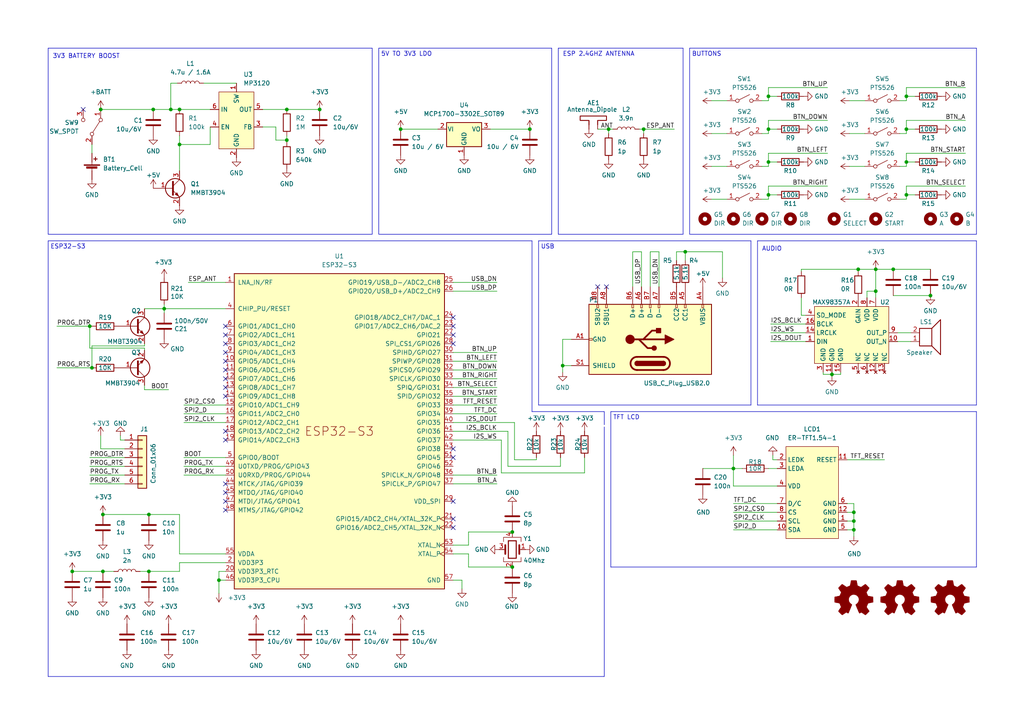
<source format=kicad_sch>
(kicad_sch (version 20230121) (generator eeschema)
  (paper "A4")
  (title_block (title "Damien Weber business card") (date "2023-02-24") (rev "1") (company "DW International"))
  (lib_symbols
    (symbol "+3V3_1" (power) (pin_numbers hide) (pin_names (offset 0) hide)
      (property "Value" "+3V3_1" (at 0 3.556 0))
      (symbol "+3V3_1_1_1"
        (pin power_in line (at 0 0 90) (length 0) hide (name "+3V3") (number "1"))
      )
    )
    (symbol "+3V3_3" (power) (pin_numbers hide) (pin_names (offset 0) hide)
      (property "Value" "+3V3_3" (at 0 3.556 0))
      (symbol "+3V3_3_1_1"
        (pin power_in line (at 0 0 90) (length 0) hide (name "+3V3") (number "1"))
      )
    )
    (symbol "Connector_Generic:Conn_01x06" (pin_names (offset 1.016) hide)
      (property "Reference" "J" (at 0 7.62 0))
      (property "Value" "Conn_01x06" (at 0 -10.16 0))
      (symbol "Conn_01x06_1_1"
        (pin passive line (at -5.08 5.08 0) (length 3.81) (name "Pin_1") (number "1"))
        (pin passive line (at -5.08 2.54 0) (length 3.81) (name "Pin_2") (number "2"))
        (pin passive line (at -5.08 0 0) (length 3.81) (name "Pin_3") (number "3"))
        (pin passive line (at -5.08 -2.54 0) (length 3.81) (name "Pin_4") (number "4"))
        (pin passive line (at -5.08 -5.08 0) (length 3.81) (name "Pin_5") (number "5"))
        (pin passive line (at -5.08 -7.62 0) (length 3.81) (name "Pin_6") (number "6"))
      )
    )
    (symbol "Device:Antenna_Dipole" (pin_numbers hide) (pin_names (offset 1.016) hide)
      (property "Reference" "AE" (at 1.27 1.27 0))
      (property "Value" "Antenna_Dipole" (at 1.27 0 0))
      (symbol "Antenna_Dipole_1_1"
        (pin input line (at 0 -5.08 90) (length 2.54) (name "~") (number "1"))
        (pin input line (at 2.54 -5.08 90) (length 2.54) (name "~") (number "2"))
      )
    )
    (symbol "Device:Battery_Cell" (pin_numbers hide) (pin_names (offset 0) hide)
      (property "Reference" "BT" (at 2.54 2.54 0))
      (property "Value" "Battery_Cell" (at 2.54 0 0))
      (symbol "Battery_Cell_1_1"
        (pin passive line (at 0 5.08 270) (length 2.54) (name "+") (number "1"))
        (pin passive line (at 0 -2.54 90) (length 2.54) (name "-") (number "2"))
      )
    )
    (symbol "Device:C" (pin_numbers hide) (pin_names (offset 0.254))
      (property "Reference" "C" (at 0.635 2.54 0))
      (property "Value" "C" (at 0.635 -2.54 0))
      (symbol "C_1_1"
        (pin passive line (at 0 3.81 270) (length 2.794) (name "~") (number "1"))
        (pin passive line (at 0 -3.81 90) (length 2.794) (name "~") (number "2"))
      )
    )
    (symbol "Device:Crystal_GND24" (pin_names (offset 1.016) hide)
      (property "Reference" "Y" (at 3.175 5.08 0))
      (property "Value" "Crystal_GND24" (at 3.175 3.175 0))
      (symbol "Crystal_GND24_1_1"
        (pin passive line (at -3.81 0 0) (length 1.27) (name "1") (number "1"))
        (pin passive line (at 0 5.08 270) (length 1.27) (name "2") (number "2"))
        (pin passive line (at 3.81 0 180) (length 1.27) (name "3") (number "3"))
        (pin passive line (at 0 -5.08 90) (length 1.27) (name "4") (number "4"))
      )
    )
    (symbol "Device:L" (pin_numbers hide) (pin_names (offset 1.016) hide)
      (property "Reference" "L" (at -1.27 0 90))
      (property "Value" "L" (at 1.905 0 90))
      (symbol "L_1_1"
        (pin passive line (at 0 3.81 270) (length 1.27) (name "1") (number "1"))
        (pin passive line (at 0 -3.81 90) (length 1.27) (name "2") (number "2"))
      )
    )
    (symbol "Device:R" (pin_numbers hide) (pin_names (offset 0))
      (property "Reference" "R" (at 2.032 0 90))
      (property "Value" "R" (at 0 0 90))
      (symbol "R_1_1"
        (pin passive line (at 0 3.81 270) (length 1.27) (name "~") (number "1"))
        (pin passive line (at 0 -3.81 90) (length 1.27) (name "~") (number "2"))
      )
    )
    (symbol "Device:Speaker" (pin_names (offset 0) hide)
      (property "Reference" "LS" (at 1.27 5.715 0))
      (property "Value" "Speaker" (at 1.27 3.81 0))
      (symbol "Speaker_1_1"
        (pin input line (at -5.08 0 0) (length 2.54) (name "1") (number "1"))
        (pin input line (at -5.08 -2.54 0) (length 2.54) (name "2") (number "2"))
      )
    )
    (symbol "GND_6" (power) (pin_numbers hide) (pin_names (offset 0) hide)
      (property "Value" "GND_6" (at 0 -3.81 0))
      (symbol "GND_6_1_1"
        (pin power_in line (at 0 0 270) (length 0) hide (name "GND") (number "1"))
      )
    )
    (symbol "GND_8" (power) (pin_numbers hide) (pin_names (offset 0) hide)
      (property "Value" "GND_8" (at 0 -3.81 0))
      (symbol "GND_8_1_1"
        (pin power_in line (at 0 0 270) (length 0) hide (name "GND") (number "1"))
      )
    )
    (symbol "Graphic:Logo_Open_Hardware_Small" (pin_names (offset 1.016)))
    (symbol "Mechanical:MountingHole" (pin_names (offset 1.016))
      (property "Reference" "H" (at 0 5.08 0))
      (property "Value" "MountingHole" (at 0 3.175 0))
    )
    (symbol "Regulator_Linear:MCP1700-3302E_SOT89" (pin_names (offset 0.254))
      (property "Reference" "U" (at -3.81 3.175 0))
      (property "Value" "MCP1700-3302E_SOT89" (at 0 3.175 0))
      (symbol "MCP1700-3302E_SOT89_1_1"
        (pin power_in line (at 0 -7.62 90) (length 2.54) (name "GND") (number "1"))
        (pin power_in line (at -7.62 0 0) (length 2.54) (name "VI") (number "2"))
        (pin power_out line (at 7.62 0 180) (length 2.54) (name "VO") (number "3"))
      )
    )
    (symbol "Switch:SW_SPDT" (pin_names (offset 0) hide)
      (property "Reference" "SW" (at 0 4.318 0))
      (property "Value" "SW_SPDT" (at 0 -5.08 0))
      (symbol "SW_SPDT_1_1"
        (pin passive line (at 5.08 2.54 180) (length 2.54) (name "A") (number "1"))
        (pin passive line (at -5.08 0 0) (length 2.54) (name "B") (number "2"))
        (pin passive line (at 5.08 -2.54 180) (length 2.54) (name "C") (number "3"))
      )
    )
    (symbol "Switch:SW_SPST" (pin_names (offset 0) hide)
      (property "Reference" "SW" (at 0 3.175 0))
      (property "Value" "SW_SPST" (at 0 -2.54 0))
      (symbol "SW_SPST_1_1"
        (pin passive line (at -5.08 0 0) (length 2.54) (name "A") (number "1"))
        (pin passive line (at 5.08 0 180) (length 2.54) (name "B") (number "2"))
      )
    )
    (symbol "Transistor_BJT:MMBT3904" (pin_names (offset 0) hide)
      (property "Reference" "Q" (at 5.08 1.905 0))
      (property "Value" "MMBT3904" (at 5.08 0 0))
      (symbol "MMBT3904_1_1"
        (pin input line (at -5.08 0 0) (length 5.715) (name "B") (number "1"))
        (pin passive line (at 2.54 -5.08 90) (length 2.54) (name "E") (number "2"))
        (pin passive line (at 2.54 5.08 270) (length 2.54) (name "C") (number "3"))
      )
    )
    (symbol "dw-card:ER-TFT1.54-1"
      (property "Reference" "LCD" (at 10.16 2.54 0))
      (property "Value" "ER-TFT1.54-1" (at 10.16 -7.62 0))
      (symbol "ER-TFT1.54-1_0_0"
        (pin unspecified line (at 20.32 -20.32 180) (length 2.54) (name "GND") (number "1"))
        (pin unspecified line (at 0 -22.86 0) (length 2.54) (name "SDA") (number "10"))
        (pin unspecified line (at 20.32 -2.54 180) (length 2.54) (name "RESET") (number "11"))
        (pin unspecified line (at 20.32 -17.78 180) (length 2.54) (name "GND") (number "12"))
        (pin unspecified line (at 0 -2.54 0) (length 2.54) (name "LEDK") (number "2"))
        (pin unspecified line (at 0 -5.08 0) (length 2.54) (name "LEDA") (number "3"))
        (pin unspecified line (at 0 -10.16 0) (length 2.54) (name "VDD") (number "4"))
        (pin unspecified line (at 20.32 -22.86 180) (length 2.54) (name "GND") (number "5"))
        (pin unspecified line (at 20.32 -15.24 180) (length 2.54) (name "GND") (number "6"))
        (pin unspecified line (at 0 -15.24 0) (length 2.54) (name "D/C") (number "7"))
        (pin unspecified line (at 0 -17.78 0) (length 2.54) (name "CS") (number "8"))
        (pin unspecified line (at 0 -20.32 0) (length 2.54) (name "SCL") (number "9"))
      )
    )
    (symbol "dw-card:MAX98357A"
      (property "Reference" "U" (at 6.35 0 0))
      (property "Value" "MAX98357A" (at -7.62 0 0))
      (symbol "MAX98357A_0_0"
        (pin unspecified line (at -15.24 -11.43 0) (length 2.54) (name "DIN") (number "1"))
        (pin unspecified line (at 11.43 -11.43 180) (length 2.54) (name "OUT_N") (number "10"))
        (pin unspecified line (at -7.62 -20.32 90) (length 2.54) (name "GND") (number "11"))
        (pin no_connect line (at 5.08 -20.32 90) (length 2.54) (name "NC") (number "12"))
        (pin no_connect line (at 7.62 -20.32 90) (length 2.54) (name "NC") (number "13"))
        (pin unspecified line (at -15.24 -8.89 0) (length 2.54) (name "LRCLK") (number "14"))
        (pin unspecified line (at -5.08 -20.32 90) (length 2.54) (name "GND") (number "15"))
        (pin unspecified line (at -15.24 -6.35 0) (length 2.54) (name "BCLK") (number "16"))
        (pin unspecified line (at 0 1.27 270) (length 2.54) (name "GAIN") (number "2"))
        (pin unspecified line (at -10.16 -20.32 90) (length 2.54) (name "GND") (number "3"))
        (pin unspecified line (at -15.24 -3.81 0) (length 2.54) (name "SD_MODE") (number "4"))
        (pin no_connect line (at 0 -20.32 90) (length 2.54) (name "NC") (number "5"))
        (pin no_connect line (at 2.54 -20.32 90) (length 2.54) (name "NC") (number "6"))
        (pin unspecified line (at 5.08 1.27 270) (length 2.54) (name "VDD") (number "7"))
        (pin unspecified line (at 2.54 1.27 270) (length 2.54) (name "VDD") (number "8"))
        (pin unspecified line (at 11.43 -8.89 180) (length 2.54) (name "OUT_P") (number "9"))
      )
    )
    (symbol "dw-card:MP3120"
      (property "Reference" "U" (at 2.54 2.54 0))
      (property "Value" "MP3120" (at 0 -6.35 0))
      (symbol "MP3120_0_0"
        (pin unspecified line (at 0 3.81 270) (length 2.54) (name "SW") (number "1"))
        (pin unspecified line (at 0 -17.78 90) (length 2.54) (name "GND") (number "2"))
        (pin unspecified line (at 7.62 -8.89 180) (length 2.54) (name "FB") (number "3"))
        (pin unspecified line (at -7.62 -8.89 0) (length 2.54) (name "EN") (number "4"))
        (pin unspecified line (at 7.62 -3.81 180) (length 2.54) (name "OUT") (number "5"))
        (pin unspecified line (at -7.62 -3.81 0) (length 2.54) (name "IN") (number "6"))
      )
    )
    (symbol "dw-card:USB_C_Receptacle_USB2.0" (pin_names (offset 1.016))
      (property "Reference" "J" (at -10.16 19.05 0))
      (property "Value" "USB_C_Receptacle_USB2.0" (at 19.05 19.05 0))
      (symbol "USB_C_Receptacle_USB2.0_1_1"
        (pin passive line (at 0 -22.86 90) (length 5.08) (name "GND") (number "A1"))
        (pin passive line (at 0 -22.86 90) (length 5.08) hide (name "GND") (number "A12"))
        (pin passive line (at 15.24 15.24 180) (length 5.08) (name "VBUS") (number "A4"))
        (pin bidirectional line (at 15.24 10.16 180) (length 5.08) (name "CC1") (number "A5"))
        (pin bidirectional line (at 15.24 -2.54 180) (length 5.08) (name "D+") (number "A6"))
        (pin bidirectional line (at 15.24 2.54 180) (length 5.08) (name "D-") (number "A7"))
        (pin bidirectional line (at 15.24 -12.7 180) (length 5.08) (name "SBU1") (number "A8"))
        (pin passive line (at 15.24 15.24 180) (length 5.08) hide (name "VBUS") (number "A9"))
        (pin bidirectional line (at 15.24 7.62 180) (length 5.08) (name "CC2") (number "B5"))
        (pin bidirectional line (at 15.24 -5.08 180) (length 5.08) (name "D+") (number "B6"))
        (pin bidirectional line (at 15.24 0 180) (length 5.08) (name "D-") (number "B7"))
        (pin bidirectional line (at 15.24 -15.24 180) (length 5.08) (name "SBU2") (number "B8"))
        (pin passive line (at -7.62 -22.86 90) (length 5.08) (name "SHIELD") (number "S1"))
      )
    )
    (symbol "espressif:ESP32-S3" (pin_names (offset 1.016))
      (property "Reference" "U" (at -30.48 50.8 0))
      (property "Value" "ESP32-S3" (at -30.48 48.26 0))
      (symbol "ESP32-S3_0_0"
        (text "ESP32-S3" (at 0 0 0) (effects (font (size 2.54 2.54))))
        (pin bidirectional line (at 33.02 -12.7 180) (length 2.54) (name "SPICLK_N/GPIO48") (number "36"))
        (pin bidirectional line (at 33.02 -15.24 180) (length 2.54) (name "SPICLK_P/GPIO47") (number "37"))
      )
      (symbol "ESP32-S3_1_1"
        (pin bidirectional line (at -33.02 43.18 0) (length 2.54) (name "LNA_IN/RF") (number "1"))
        (pin bidirectional line (at -33.02 20.32 0) (length 2.54) (name "GPIO5/ADC1_CH4") (number "10"))
        (pin bidirectional line (at -33.02 17.78 0) (length 2.54) (name "GPIO6/ADC1_CH5") (number "11"))
        (pin bidirectional line (at -33.02 15.24 0) (length 2.54) (name "GPIO7/ADC1_CH6") (number "12"))
        (pin bidirectional line (at -33.02 12.7 0) (length 2.54) (name "GPIO8/ADC1_CH7") (number "13"))
        (pin bidirectional line (at -33.02 10.16 0) (length 2.54) (name "GPIO9/ADC1_CH8") (number "14"))
        (pin bidirectional line (at -33.02 7.62 0) (length 2.54) (name "GPIO10/ADC1_CH9") (number "15"))
        (pin bidirectional line (at -33.02 5.08 0) (length 2.54) (name "GPIO11/ADC2_CH0") (number "16"))
        (pin bidirectional line (at -33.02 2.54 0) (length 2.54) (name "GPIO12/ADC2_CH1") (number "17"))
        (pin bidirectional line (at -33.02 0 0) (length 2.54) (name "GPIO13/ADC2_CH2") (number "18"))
        (pin bidirectional line (at -33.02 -2.54 0) (length 2.54) (name "GPIO14/ADC2_CH3") (number "19"))
        (pin power_in line (at -33.02 -38.1 0) (length 2.54) (name "VDD3P3") (number "2"))
        (pin power_in line (at -33.02 -40.64 0) (length 2.54) (name "VDD3P3_RTC") (number "20"))
        (pin bidirectional clock (at 33.02 -25.4 180) (length 2.54) (name "GPIO15/ADC2_CH4/XTAL_32K_P") (number "21"))
        (pin bidirectional clock (at 33.02 -27.94 180) (length 2.54) (name "GPIO16/ADC2_CH5/XTAL_32K_N") (number "22"))
        (pin bidirectional line (at 33.02 30.48 180) (length 2.54) (name "GPIO17/ADC2_CH6/DAC_2") (number "23"))
        (pin bidirectional line (at 33.02 33.02 180) (length 2.54) (name "GPIO18/ADC2_CH7/DAC_1") (number "24"))
        (pin bidirectional line (at 33.02 43.18 180) (length 2.54) (name "GPIO19/USB_D-/ADC2_CH8") (number "25"))
        (pin bidirectional line (at 33.02 40.64 180) (length 2.54) (name "GPIO20/USB_D+/ADC2_CH9") (number "26"))
        (pin bidirectional line (at 33.02 27.94 180) (length 2.54) (name "GPIO21") (number "27"))
        (pin bidirectional line (at 33.02 25.4 180) (length 2.54) (name "SPI_CS1/GPIO26") (number "28"))
        (pin power_out line (at 33.02 -20.32 180) (length 2.54) (name "VDD_SPI") (number "29"))
        (pin power_in line (at -33.02 -38.1 0) (length 2.54) hide (name "VDD3P3") (number "3"))
        (pin bidirectional line (at 33.02 22.86 180) (length 2.54) (name "SPIHD/GPIO27") (number "30"))
        (pin bidirectional line (at 33.02 20.32 180) (length 2.54) (name "SPIWP/GPIO28") (number "31"))
        (pin bidirectional line (at 33.02 17.78 180) (length 2.54) (name "SPICS0/GPIO29") (number "32"))
        (pin bidirectional line (at 33.02 15.24 180) (length 2.54) (name "SPICLK/GPIO30") (number "33"))
        (pin bidirectional line (at 33.02 12.7 180) (length 2.54) (name "SPIQ/GPIO31") (number "34"))
        (pin bidirectional line (at 33.02 10.16 180) (length 2.54) (name "SPID/GPIO32") (number "35"))
        (pin bidirectional line (at 33.02 7.62 180) (length 2.54) (name "GPIO33") (number "38"))
        (pin bidirectional line (at 33.02 5.08 180) (length 2.54) (name "GPIO34") (number "39"))
        (pin input line (at -33.02 35.56 0) (length 2.54) (name "CHIP_PU/RESET") (number "4"))
        (pin bidirectional line (at 33.02 2.54 180) (length 2.54) (name "GPIO35") (number "40"))
        (pin bidirectional line (at 33.02 0 180) (length 2.54) (name "GPIO36") (number "41"))
        (pin bidirectional line (at 33.02 -2.54 180) (length 2.54) (name "GPIO37") (number "42"))
        (pin bidirectional line (at 33.02 -5.08 180) (length 2.54) (name "GPIO38") (number "43"))
        (pin bidirectional line (at -33.02 -15.24 0) (length 2.54) (name "MTCK/JTAG/GPIO39") (number "44"))
        (pin bidirectional line (at -33.02 -17.78 0) (length 2.54) (name "MTDO/JTAG/GPIO40") (number "45"))
        (pin power_in line (at -33.02 -43.18 0) (length 2.54) (name "VDD3P3_CPU") (number "46"))
        (pin bidirectional line (at -33.02 -20.32 0) (length 2.54) (name "MTDI/JTAG/GPIO41") (number "47"))
        (pin bidirectional line (at -33.02 -22.86 0) (length 2.54) (name "MTMS/JTAG/GPIO42") (number "48"))
        (pin bidirectional line (at -33.02 -10.16 0) (length 2.54) (name "U0TXD/PROG/GPIO43") (number "49"))
        (pin bidirectional line (at -33.02 -7.62 0) (length 2.54) (name "GPIO0/BOOT") (number "5"))
        (pin bidirectional line (at -33.02 -12.7 0) (length 2.54) (name "U0RXD/PROG/GPIO44") (number "50"))
        (pin bidirectional line (at 33.02 -7.62 180) (length 2.54) (name "GPIO45") (number "51"))
        (pin bidirectional line (at 33.02 -10.16 180) (length 2.54) (name "GPIO46") (number "52"))
        (pin input clock (at 33.02 -33.02 180) (length 2.54) (name "XTAL_N") (number "53"))
        (pin output clock (at 33.02 -35.56 180) (length 2.54) (name "XTAL_P") (number "54"))
        (pin power_in line (at -33.02 -35.56 0) (length 2.54) (name "VDDA") (number "55"))
        (pin passive line (at -33.02 -35.56 0) (length 2.54) hide (name "VDDA") (number "56"))
        (pin power_in line (at 33.02 -43.18 180) (length 2.54) (name "GND") (number "57"))
        (pin bidirectional line (at -33.02 30.48 0) (length 2.54) (name "GPIO1/ADC1_CH0") (number "6"))
        (pin bidirectional line (at -33.02 27.94 0) (length 2.54) (name "GPIO2/ADC1_CH1") (number "7"))
        (pin bidirectional line (at -33.02 25.4 0) (length 2.54) (name "GPIO3/ADC1_CH2") (number "8"))
        (pin bidirectional line (at -33.02 22.86 0) (length 2.54) (name "GPIO4/ADC1_CH3") (number "9"))
      )
    )
    (symbol "power:+3V3" (power) (pin_names (offset 0))
      (property "Value" "+3V3" (at 0 3.556 0))
      (symbol "+3V3_1_1"
        (pin power_in line (at 0 0 90) (length 0) hide (name "+3V3") (number "1"))
      )
    )
    (symbol "power:+5V" (power) (pin_names (offset 0))
      (property "Value" "+5V" (at 0 3.556 0))
      (symbol "+5V_1_1"
        (pin power_in line (at 0 0 90) (length 0) hide (name "+5V") (number "1"))
      )
    )
    (symbol "power:+BATT" (power) (pin_names (offset 0))
      (property "Value" "+BATT" (at 0 3.556 0))
      (symbol "+BATT_1_1"
        (pin power_in line (at 0 0 90) (length 0) hide (name "+BATT") (number "1"))
      )
    )
    (symbol "power:GND" (power) (pin_names (offset 0))
      (property "Value" "GND" (at 0 -3.81 0))
      (symbol "GND_1_1"
        (pin power_in line (at 0 0 270) (length 0) hide (name "GND") (number "1"))
      )
    )
  )
  (junction (at 247.65 148.59))
  (junction (at 222.885 37.465))
  (junction (at 83.185 40.64))
  (junction (at 52.07 41.91))
  (junction (at 29.845 165.735))
  (junction (at 262.89 46.99))
  (junction (at 44.45 31.75))
  (junction (at 163.195 106.045))
  (junction (at 63.5 168.275))
  (junction (at 153.67 37.465))
  (junction (at 212.725 135.89))
  (junction (at 248.92 78.105))
  (junction (at 49.53 31.75))
  (junction (at 222.885 27.94))
  (junction (at 222.885 56.515))
  (junction (at 20.955 165.735))
  (junction (at 186.69 37.465))
  (junction (at 254 84.455))
  (junction (at 254 78.105))
  (junction (at 26.67 106.68))
  (junction (at 43.18 149.225))
  (junction (at 29.21 31.75))
  (junction (at 241.3 108.585))
  (junction (at 92.71 31.75))
  (junction (at 262.89 37.465))
  (junction (at 52.07 31.75))
  (junction (at 43.18 165.735))
  (junction (at 222.885 46.99))
  (junction (at 83.185 31.75))
  (junction (at 176.53 37.465))
  (junction (at 198.755 73.025))
  (junction (at 259.08 78.105))
  (junction (at 148.59 154.305))
  (junction (at 148.59 164.465))
  (junction (at 247.65 153.67))
  (junction (at 47.625 89.535))
  (junction (at 247.65 151.13))
  (junction (at 29.845 149.225))
  (junction (at 26.035 94.615))
  (junction (at 262.89 27.94))
  (junction (at 269.875 85.725))
  (junction (at 116.205 37.465))
  (junction (at 262.89 56.515))
  (no_connect (at 131.445 145.415))
  (no_connect (at 24.13 31.75))
  (no_connect (at 131.445 92.075))
  (no_connect (at 131.445 94.615))
  (no_connect (at 131.445 97.155))
  (no_connect (at 131.445 99.695))
  (no_connect (at 65.405 94.615))
  (no_connect (at 65.405 109.855))
  (no_connect (at 65.405 107.315))
  (no_connect (at 65.405 104.775))
  (no_connect (at 65.405 102.235))
  (no_connect (at 65.405 99.695))
  (no_connect (at 65.405 97.155))
  (no_connect (at 65.405 112.395))
  (no_connect (at 131.445 130.175))
  (no_connect (at 131.445 132.715))
  (no_connect (at 65.405 140.335))
  (no_connect (at 65.405 142.875))
  (no_connect (at 65.405 145.415))
  (no_connect (at 65.405 147.955))
  (no_connect (at 131.445 153.035))
  (no_connect (at 131.445 150.495))
  (no_connect (at 65.405 114.935))
  (no_connect (at 65.405 125.095))
  (no_connect (at 65.405 127.635))
  (no_connect (at 175.895 83.185))
  (no_connect (at 173.355 83.185))
  (wire (pts (xy 245.745 151.13) (xy 247.65 151.13)))
  (wire (pts (xy 212.725 151.13) (xy 225.425 151.13)))
  (wire (pts (xy 212.725 146.05) (xy 225.425 146.05)))
  (wire (pts (xy 47.625 88.265) (xy 47.625 89.535)))
  (wire (pts (xy 26.67 100.33) (xy 26.67 106.68)))
  (wire (pts (xy 26.67 41.91) (xy 26.67 44.45)))
  (wire (pts (xy 246.38 38.735) (xy 250.825 38.735)))
  (wire (pts (xy 116.205 37.465) (xy 127 37.465)))
  (wire (pts (xy 186.69 37.465) (xy 186.69 38.735)))
  (wire (pts (xy 52.07 149.225) (xy 52.07 160.655)))
  (wire (pts (xy 241.3 108.585) (xy 241.3 109.22)))
  (wire (pts (xy 206.375 38.735) (xy 210.82 38.735)))
  (wire (pts (xy 233.68 91.44) (xy 232.41 91.44)))
  (wire (pts (xy 224.155 133.35) (xy 224.155 132.08)))
  (wire (pts (xy 248.92 78.74) (xy 248.92 78.105)))
  (wire (pts (xy 246.38 57.785) (xy 250.825 57.785)))
  (wire (pts (xy 26.035 132.715) (xy 36.195 132.715)))
  (wire (pts (xy 176.53 37.465) (xy 177.8 37.465)))
  (wire (pts (xy 131.445 140.335) (xy 144.145 140.335)))
  (wire (pts (xy 212.725 132.08) (xy 212.725 135.89)))
  (wire (pts (xy 52.07 163.195) (xy 65.405 163.195)))
  (wire (pts (xy 131.445 160.655) (xy 135.89 160.655)))
  (wire (pts (xy 222.885 56.515) (xy 225.425 56.515)))
  (polyline (pts (xy 154.305 69.85) (xy 154.305 119.38)))
  (wire (pts (xy 176.53 37.465) (xy 176.53 38.735)))
  (polyline (pts (xy 198.12 67.945) (xy 161.925 67.945)))
  (wire (pts (xy 222.885 27.94) (xy 225.425 27.94)))
  (wire (pts (xy 222.885 44.45) (xy 240.03 44.45)))
  (wire (pts (xy 145.415 137.16) (xy 169.545 137.16)))
  (wire (pts (xy 262.89 56.515) (xy 262.89 57.785)))
  (wire (pts (xy 173.355 37.465) (xy 176.53 37.465)))
  (wire (pts (xy 29.21 126.365) (xy 29.21 130.175)))
  (wire (pts (xy 251.46 84.455) (xy 251.46 86.36)))
  (wire (pts (xy 222.885 135.89) (xy 225.425 135.89)))
  (wire (pts (xy 222.885 29.21) (xy 220.98 29.21)))
  (wire (pts (xy 26.035 94.615) (xy 26.67 94.615)))
  (wire (pts (xy 196.215 75.565) (xy 196.215 73.025)))
  (wire (pts (xy 49.53 24.13) (xy 49.53 31.75)))
  (wire (pts (xy 80.01 36.83) (xy 80.01 40.64)))
  (wire (pts (xy 245.745 148.59) (xy 247.65 148.59)))
  (wire (pts (xy 212.725 135.89) (xy 215.265 135.89)))
  (wire (pts (xy 262.89 37.465) (xy 262.89 38.735)))
  (wire (pts (xy 131.445 81.915) (xy 144.145 81.915)))
  (wire (pts (xy 262.89 53.975) (xy 262.89 56.515)))
  (wire (pts (xy 212.725 148.59) (xy 225.425 148.59)))
  (wire (pts (xy 212.725 153.67) (xy 225.425 153.67)))
  (wire (pts (xy 262.89 46.99) (xy 265.43 46.99)))
  (wire (pts (xy 222.885 25.4) (xy 222.885 27.94)))
  (wire (pts (xy 135.89 160.655) (xy 135.89 164.465)))
  (wire (pts (xy 83.185 39.37) (xy 83.185 40.64)))
  (wire (pts (xy 262.89 29.21) (xy 260.985 29.21)))
  (wire (pts (xy 53.34 135.255) (xy 65.405 135.255)))
  (wire (pts (xy 63.5 165.735) (xy 65.405 165.735)))
  (wire (pts (xy 131.445 109.855) (xy 144.145 109.855)))
  (wire (pts (xy 247.65 153.67) (xy 247.65 155.575)))
  (wire (pts (xy 262.89 27.94) (xy 265.43 27.94)))
  (wire (pts (xy 262.89 34.925) (xy 280.035 34.925)))
  (wire (pts (xy 135.89 154.305) (xy 135.89 158.115)))
  (polyline (pts (xy 283.21 67.945) (xy 200.025 67.945)))
  (polyline (pts (xy 219.71 117.475) (xy 283.21 117.475)))
  (wire (pts (xy 149.225 133.35) (xy 155.575 133.35)))
  (wire (pts (xy 135.89 158.115) (xy 131.445 158.115)))
  (wire (pts (xy 29.21 31.75) (xy 44.45 31.75)))
  (polyline (pts (xy 283.21 164.465) (xy 283.21 119.38)))
  (wire (pts (xy 26.035 94.615) (xy 26.035 100.965)))
  (wire (pts (xy 52.07 39.37) (xy 52.07 41.91)))
  (wire (pts (xy 131.445 168.275) (xy 133.985 168.275)))
  (polyline (pts (xy 177.165 119.38) (xy 177.165 164.465)))
  (wire (pts (xy 222.885 25.4) (xy 240.03 25.4)))
  (wire (pts (xy 222.885 37.465) (xy 225.425 37.465)))
  (polyline (pts (xy 177.165 164.465) (xy 283.21 164.465)))
  (wire (pts (xy 238.76 107.95) (xy 238.76 108.585)))
  (wire (pts (xy 247.65 148.59) (xy 247.65 151.13)))
  (wire (pts (xy 131.445 117.475) (xy 144.145 117.475)))
  (polyline (pts (xy 109.855 13.97) (xy 109.855 67.945)))
  (wire (pts (xy 232.41 91.44) (xy 232.41 86.36)))
  (wire (pts (xy 53.34 122.555) (xy 65.405 122.555)))
  (polyline (pts (xy 160.02 13.97) (xy 160.02 67.945)))
  (wire (pts (xy 222.885 38.735) (xy 220.98 38.735)))
  (wire (pts (xy 222.885 53.975) (xy 240.03 53.975)))
  (wire (pts (xy 53.34 132.715) (xy 65.405 132.715)))
  (wire (pts (xy 60.96 36.83) (xy 60.96 41.91)))
  (wire (pts (xy 185.42 37.465) (xy 186.69 37.465)))
  (wire (pts (xy 262.89 25.4) (xy 262.89 27.94)))
  (wire (pts (xy 222.885 53.975) (xy 222.885 56.515)))
  (polyline (pts (xy 109.855 13.97) (xy 160.02 13.97)))
  (polyline (pts (xy 161.925 13.97) (xy 161.925 67.945)))
  (wire (pts (xy 41.91 113.03) (xy 48.895 113.03)))
  (wire (pts (xy 131.445 137.795) (xy 144.145 137.795)))
  (wire (pts (xy 262.89 25.4) (xy 280.035 25.4)))
  (polyline (pts (xy 175.26 196.215) (xy 13.97 196.215)))
  (wire (pts (xy 53.34 117.475) (xy 65.405 117.475)))
  (wire (pts (xy 34.925 127.635) (xy 34.925 126.365)))
  (wire (pts (xy 209.55 73.025) (xy 209.55 80.645)))
  (polyline (pts (xy 198.12 13.97) (xy 198.12 67.945)))
  (wire (pts (xy 147.32 125.095) (xy 147.32 135.255)))
  (polyline (pts (xy 283.21 117.475) (xy 283.21 69.85)))
  (wire (pts (xy 262.89 27.94) (xy 262.89 29.21)))
  (wire (pts (xy 245.745 153.67) (xy 247.65 153.67)))
  (wire (pts (xy 262.89 44.45) (xy 262.89 46.99)))
  (wire (pts (xy 254 84.455) (xy 254 86.36)))
  (wire (pts (xy 131.445 102.235) (xy 144.145 102.235)))
  (wire (pts (xy 60.96 41.91) (xy 52.07 41.91)))
  (wire (pts (xy 163.195 106.045) (xy 165.735 106.045)))
  (polyline (pts (xy 175.26 119.38) (xy 175.26 123.19)))
  (wire (pts (xy 148.59 154.305) (xy 135.89 154.305)))
  (wire (pts (xy 232.41 78.105) (xy 248.92 78.105)))
  (wire (pts (xy 206.375 57.785) (xy 210.82 57.785)))
  (wire (pts (xy 44.45 31.75) (xy 49.53 31.75)))
  (polyline (pts (xy 107.95 13.97) (xy 107.95 67.945)))
  (wire (pts (xy 196.215 73.025) (xy 198.755 73.025)))
  (wire (pts (xy 259.08 85.725) (xy 269.875 85.725)))
  (wire (pts (xy 53.34 137.795) (xy 65.405 137.795)))
  (wire (pts (xy 262.89 57.785) (xy 260.985 57.785)))
  (wire (pts (xy 29.845 149.225) (xy 43.18 149.225)))
  (wire (pts (xy 52.07 165.735) (xy 43.18 165.735)))
  (wire (pts (xy 133.985 168.275) (xy 133.985 170.815)))
  (wire (pts (xy 142.24 37.465) (xy 153.67 37.465)))
  (wire (pts (xy 59.055 24.13) (xy 68.58 24.13)))
  (wire (pts (xy 186.69 37.465) (xy 195.58 37.465)))
  (wire (pts (xy 262.89 38.735) (xy 260.985 38.735)))
  (wire (pts (xy 222.885 27.94) (xy 222.885 29.21)))
  (wire (pts (xy 52.07 160.655) (xy 65.405 160.655)))
  (wire (pts (xy 147.32 135.255) (xy 162.56 135.255)))
  (polyline (pts (xy 217.805 69.85) (xy 217.805 117.475)))
  (wire (pts (xy 163.195 107.95) (xy 163.195 106.045)))
  (wire (pts (xy 76.2 36.83) (xy 80.01 36.83)))
  (wire (pts (xy 206.375 29.21) (xy 210.82 29.21)))
  (wire (pts (xy 52.07 31.75) (xy 60.96 31.75)))
  (wire (pts (xy 131.445 84.455) (xy 144.145 84.455)))
  (wire (pts (xy 41.91 99.695) (xy 41.91 100.33)))
  (wire (pts (xy 52.07 163.195) (xy 52.07 165.735)))
  (wire (pts (xy 191.135 73.025) (xy 191.135 83.185)))
  (wire (pts (xy 212.725 140.97) (xy 225.425 140.97)))
  (polyline (pts (xy 13.97 69.85) (xy 13.97 196.215)))
  (wire (pts (xy 243.84 108.585) (xy 241.3 108.585)))
  (wire (pts (xy 212.725 135.89) (xy 212.725 140.97)))
  (wire (pts (xy 232.41 78.74) (xy 232.41 78.105)))
  (wire (pts (xy 262.89 48.26) (xy 260.985 48.26)))
  (polyline (pts (xy 177.165 119.38) (xy 283.21 119.38)))
  (wire (pts (xy 259.08 78.105) (xy 269.875 78.105)))
  (wire (pts (xy 29.21 130.175) (xy 36.195 130.175)))
  (wire (pts (xy 131.445 125.095) (xy 147.32 125.095)))
  (wire (pts (xy 260.35 99.06) (xy 264.16 99.06)))
  (wire (pts (xy 247.65 146.05) (xy 247.65 148.59)))
  (wire (pts (xy 241.3 107.95) (xy 241.3 108.585)))
  (wire (pts (xy 135.89 164.465) (xy 148.59 164.465)))
  (wire (pts (xy 262.89 37.465) (xy 265.43 37.465)))
  (wire (pts (xy 131.445 114.935) (xy 144.145 114.935)))
  (wire (pts (xy 222.885 37.465) (xy 222.885 38.735)))
  (wire (pts (xy 238.76 108.585) (xy 241.3 108.585)))
  (wire (pts (xy 186.055 73.025) (xy 186.055 83.185)))
  (wire (pts (xy 246.38 48.26) (xy 250.825 48.26)))
  (wire (pts (xy 53.34 120.015) (xy 65.405 120.015)))
  (wire (pts (xy 41.91 113.03) (xy 41.91 111.76)))
  (wire (pts (xy 247.65 151.13) (xy 247.65 153.67)))
  (wire (pts (xy 52.07 149.225) (xy 43.18 149.225)))
  (wire (pts (xy 163.195 106.045) (xy 163.195 98.425)))
  (wire (pts (xy 254 78.105) (xy 259.08 78.105)))
  (wire (pts (xy 222.885 56.515) (xy 222.885 57.785)))
  (wire (pts (xy 262.89 34.925) (xy 262.89 37.465)))
  (wire (pts (xy 63.5 165.735) (xy 63.5 168.275)))
  (wire (pts (xy 51.435 24.13) (xy 49.53 24.13)))
  (wire (pts (xy 63.5 168.275) (xy 65.405 168.275)))
  (wire (pts (xy 203.835 135.89) (xy 212.725 135.89)))
  (wire (pts (xy 131.445 120.015) (xy 144.145 120.015)))
  (polyline (pts (xy 13.97 13.97) (xy 13.97 67.945)))
  (polyline (pts (xy 175.26 123.825) (xy 175.26 196.215)))
  (wire (pts (xy 163.195 98.425) (xy 165.735 98.425)))
  (wire (pts (xy 76.2 31.75) (xy 83.185 31.75)))
  (polyline (pts (xy 13.97 69.85) (xy 154.305 69.85)))
  (wire (pts (xy 183.515 73.025) (xy 186.055 73.025)))
  (wire (pts (xy 206.375 48.26) (xy 210.82 48.26)))
  (polyline (pts (xy 161.925 13.97) (xy 198.12 13.97)))
  (wire (pts (xy 41.91 89.535) (xy 47.625 89.535)))
  (wire (pts (xy 145.415 127.635) (xy 145.415 137.16)))
  (wire (pts (xy 41.91 100.33) (xy 26.67 100.33)))
  (polyline (pts (xy 160.02 67.945) (xy 109.855 67.945)))
  (wire (pts (xy 248.92 78.105) (xy 254 78.105)))
  (wire (pts (xy 188.595 73.025) (xy 188.595 83.185)))
  (wire (pts (xy 222.885 44.45) (xy 222.885 46.99)))
  (wire (pts (xy 260.35 96.52) (xy 264.16 96.52)))
  (wire (pts (xy 254 78.105) (xy 254 84.455)))
  (wire (pts (xy 80.01 40.64) (xy 83.185 40.64)))
  (wire (pts (xy 26.035 137.795) (xy 36.195 137.795)))
  (wire (pts (xy 262.89 46.99) (xy 262.89 48.26)))
  (polyline (pts (xy 13.97 13.97) (xy 107.95 13.97)))
  (polyline (pts (xy 156.21 69.85) (xy 217.805 69.85)))
  (wire (pts (xy 131.445 112.395) (xy 144.145 112.395)))
  (wire (pts (xy 225.425 133.35) (xy 224.155 133.35)))
  (wire (pts (xy 40.64 165.735) (xy 43.18 165.735)))
  (wire (pts (xy 183.515 83.185) (xy 183.515 73.025)))
  (wire (pts (xy 198.755 73.025) (xy 198.755 75.565)))
  (wire (pts (xy 49.53 31.75) (xy 52.07 31.75)))
  (wire (pts (xy 223.52 99.06) (xy 233.68 99.06)))
  (wire (pts (xy 262.89 56.515) (xy 265.43 56.515)))
  (wire (pts (xy 223.52 96.52) (xy 233.68 96.52)))
  (polyline (pts (xy 219.71 69.85) (xy 283.21 69.85)))
  (wire (pts (xy 222.885 34.925) (xy 222.885 37.465)))
  (wire (pts (xy 20.955 165.735) (xy 29.845 165.735)))
  (wire (pts (xy 222.885 46.99) (xy 225.425 46.99)))
  (wire (pts (xy 52.07 41.91) (xy 52.07 49.53)))
  (wire (pts (xy 223.52 93.98) (xy 233.68 93.98)))
  (polyline (pts (xy 107.95 67.945) (xy 13.97 67.945)))
  (wire (pts (xy 251.46 84.455) (xy 254 84.455)))
  (wire (pts (xy 41.91 100.965) (xy 26.035 100.965)))
  (wire (pts (xy 222.885 34.925) (xy 240.03 34.925)))
  (wire (pts (xy 243.84 107.95) (xy 243.84 108.585)))
  (wire (pts (xy 131.445 127.635) (xy 145.415 127.635)))
  (wire (pts (xy 131.445 107.315) (xy 144.145 107.315)))
  (wire (pts (xy 169.545 137.16) (xy 169.545 132.715)))
  (polyline (pts (xy 283.21 13.97) (xy 283.21 67.945)))
  (wire (pts (xy 198.755 73.025) (xy 209.55 73.025)))
  (wire (pts (xy 54.61 81.915) (xy 65.405 81.915)))
  (wire (pts (xy 149.225 122.555) (xy 149.225 133.35)))
  (wire (pts (xy 262.89 44.45) (xy 280.035 44.45)))
  (wire (pts (xy 26.035 135.255) (xy 36.195 135.255)))
  (wire (pts (xy 222.885 48.26) (xy 220.98 48.26)))
  (polyline (pts (xy 217.805 117.475) (xy 156.21 117.475)))
  (wire (pts (xy 262.89 53.975) (xy 280.035 53.975)))
  (wire (pts (xy 47.625 89.535) (xy 65.405 89.535)))
  (wire (pts (xy 222.885 46.99) (xy 222.885 48.26)))
  (wire (pts (xy 16.51 106.68) (xy 26.67 106.68)))
  (wire (pts (xy 63.5 168.275) (xy 63.5 172.085)))
  (wire (pts (xy 155.575 133.35) (xy 155.575 132.715)))
  (wire (pts (xy 41.91 101.6) (xy 41.91 100.965)))
  (wire (pts (xy 245.745 133.35) (xy 256.54 133.35)))
  (wire (pts (xy 26.035 140.335) (xy 36.195 140.335)))
  (wire (pts (xy 222.885 57.785) (xy 220.98 57.785)))
  (wire (pts (xy 188.595 73.025) (xy 191.135 73.025)))
  (polyline (pts (xy 154.305 119.38) (xy 175.26 119.38)))
  (wire (pts (xy 29.845 165.735) (xy 33.02 165.735)))
  (wire (pts (xy 16.51 94.615) (xy 26.035 94.615)))
  (polyline (pts (xy 200.025 13.97) (xy 200.025 67.945)))
  (polyline (pts (xy 219.71 69.85) (xy 219.71 117.475)))
  (wire (pts (xy 83.185 31.75) (xy 92.71 31.75)))
  (polyline (pts (xy 156.21 69.85) (xy 156.21 117.475)))
  (wire (pts (xy 36.195 127.635) (xy 34.925 127.635)))
  (wire (pts (xy 83.185 40.64) (xy 83.185 41.275)))
  (wire (pts (xy 131.445 122.555) (xy 149.225 122.555)))
  (wire (pts (xy 47.625 89.535) (xy 47.625 90.805)))
  (wire (pts (xy 245.745 146.05) (xy 247.65 146.05)))
  (wire (pts (xy 246.38 29.21) (xy 250.825 29.21)))
  (wire (pts (xy 162.56 135.255) (xy 162.56 132.715)))
  (wire (pts (xy 131.445 104.775) (xy 144.145 104.775)))
  (polyline (pts (xy 200.025 13.97) (xy 283.21 13.97)))
  (text "ESP32-S3" (at 14.605 72.39 0) (effects (font (size 1.27 1.27)) (justify left bottom)))
  (text "BUTTONS" (at 200.66 16.51 0) (effects (font (size 1.27 1.27)) (justify left bottom)))
  (text "AUDIO" (at 220.98 73.025 0) (effects (font (size 1.27 1.27)) (justify left bottom)))
  (text "ESP 2.4GHZ ANTENNA" (at 163.195 16.51 0) (effects (font (size 1.27 1.27)) (justify left bottom)))
  (text "5V TO 3V3 LDO" (at 110.49 16.51 0) (effects (font (size 1.27 1.27)) (justify left bottom)))
  (text "TFT LCD" (at 177.8 121.92 0) (effects (font (size 1.27 1.27)) (justify left bottom)))
  (text "USB" (at 156.845 72.39 0) (effects (font (size 1.27 1.27)) (justify left bottom)))
  (text "3V3 BATTERY BOOST" (at 15.24 17.145 0) (effects (font (size 1.27 1.27)) (justify left bottom)))
  (label "BOOT" (at 48.895 113.03 180))
  (label "BTN_B" (at 280.035 25.4 180))
  (label "BTN_LEFT" (at 144.145 104.775 180))
  (label "USB_DP" (at 186.055 74.93 270))
  (label "ESP_ANT" (at 195.58 37.465 180))
  (label "I2S_BCLK" (at 223.52 93.98 0))
  (label "BTN_SELECT" (at 144.145 112.395 180))
  (label "BTN_LEFT" (at 240.03 44.45 180))
  (label "ESP_ANT" (at 54.61 81.915 0))
  (label "PROG_DTR" (at 16.51 94.615 0))
  (label "SPI2_D" (at 53.34 120.015 0))
  (label "USB_DN" (at 144.145 81.915 180))
  (label "TFT_RESET" (at 256.54 133.35 180))
  (label "USB_DP" (at 144.145 84.455 180))
  (label "BTN_SELECT" (at 280.035 53.975 180))
  (label "I2S_WS" (at 144.145 127.635 180))
  (label "BTN_UP" (at 240.03 25.4 180))
  (label "BTN_A" (at 144.145 140.335 180))
  (label "SPI2_CS0" (at 53.34 117.475 0))
  (label "BOOT" (at 53.34 132.715 0))
  (label "BTN_B" (at 144.145 137.795 180))
  (label "USB_DN" (at 191.135 74.93 270))
  (label "PROG_RX" (at 53.34 137.795 0))
  (label "BTN_A" (at 280.035 34.925 180))
  (label "BTN_UP" (at 144.145 102.235 180))
  (label "PROG_TX" (at 26.035 137.795 0))
  (label "TFT_DC" (at 212.725 146.05 0))
  (label "BTN_START" (at 280.035 44.45 180))
  (label "I2S_BCLK" (at 144.145 125.095 180))
  (label "I2S_WS" (at 223.52 96.52 0))
  (label "I2S_DOUT" (at 144.145 122.555 180))
  (label "BTN_RIGHT" (at 144.145 109.855 180))
  (label "BTN_DOWN" (at 240.03 34.925 180))
  (label "PROG_RX" (at 26.035 140.335 0))
  (label "PROG_RTS" (at 26.035 135.255 0))
  (label "SPI2_CLK" (at 53.34 122.555 0))
  (label "SPI2_CLK" (at 212.725 151.13 0))
  (label "PROG_RTS" (at 16.51 106.68 0))
  (label "ANT" (at 177.8 37.465 180))
  (label "I2S_DOUT" (at 223.52 99.06 0))
  (label "BTN_RIGHT" (at 240.03 53.975 180))
  (label "BTN_START" (at 144.145 114.935 180))
  (label "TFT_DC" (at 144.145 120.015 180))
  (label "PROG_DTR" (at 26.035 132.715 0))
  (label "BTN_DOWN" (at 144.145 107.315 180))
  (label "SPI2_D" (at 212.725 153.67 0))
  (label "PROG_TX" (at 53.34 135.255 0))
  (label "SPI2_CS0" (at 212.725 148.59 0))
  (label "TFT_RESET" (at 144.145 117.475 180))
  (symbol (lib_id "power:GND") (at 176.53 46.355 0) (unit 1)
    (property "Reference" "#PWR0110" (effects hide))
    (property "Value" "GND" (at 176.53 50.8 0))
  )
  (symbol (lib_id "power:GND") (at 233.045 27.94 90) (unit 1)
    (property "Reference" "#PWR019" (effects hide))
    (property "Value" "GND" (at 236.22 27.9399 90) (effects (justify right)))
  )
  (symbol (lib_id "Switch:SW_SPST") (at 215.9 29.21 0) (unit 1)
    (property "Reference" "SW1" (at 215.9 22.86 0))
    (property "Value" "PTS526" (at 215.9 25.4 0))
    (property "Footprint" "dw-card:PTS526" (effects hide))
  )
  (symbol (lib_id "power:GND") (at 68.58 45.72 0) (unit 1)
    (property "Reference" "#PWR06" (effects hide))
    (property "Value" "GND" (at 68.58 50.165 0))
  )
  (symbol (lib_id "Device:R") (at 269.24 56.515 90) (unit 1)
    (property "Reference" "R15" (at 269.24 59.055 90))
    (property "Value" "100k" (at 269.24 56.515 90))
    (property "Footprint" "Resistor_SMD:R_0603_1608Metric" (effects hide))
  )
  (symbol (lib_id "power:+3V3") (at 88.265 180.975 0) (unit 1)
    (property "Reference" "#PWR044" (effects hide))
    (property "Value" "+3V3" (at 88.265 175.895 0))
  )
  (symbol (lib_id "Device:C") (at 20.955 169.545 0) (mirror y) (unit 1)
    (property "Reference" "C7" (at 24.13 168.2749 0) (effects (justify right)))
    (property "Value" "1u" (at 24.13 170.8149 0) (effects (justify right)))
    (property "Footprint" "Capacitor_SMD:C_0603_1608Metric" (effects hide))
  )
  (symbol (lib_id "power:GND") (at 36.83 188.595 0) (unit 1)
    (property "Reference" "#PWR051" (effects hide))
    (property "Value" "GND" (at 36.83 193.04 0))
  )
  (symbol (lib_id "Switch:SW_SPST") (at 255.905 57.785 0) (unit 1)
    (property "Reference" "SW8" (at 255.905 51.435 0))
    (property "Value" "PTS526" (at 255.905 53.975 0))
    (property "Footprint" "dw-card:PTS526" (effects hide))
  )
  (symbol (lib_id "Device:R") (at 83.185 45.085 0) (unit 1)
    (property "Reference" "R3" (at 85.725 43.8149 0) (effects (justify left)))
    (property "Value" "640k" (at 85.725 46.3549 0) (effects (justify left)))
    (property "Footprint" "Resistor_SMD:R_0603_1608Metric" (effects hide))
  )
  (symbol (lib_id "Device:C") (at 88.265 184.785 0) (unit 1)
    (property "Reference" "C13" (at 91.44 183.5149 0) (effects (justify left)))
    (property "Value" "10u/6V" (at 91.44 186.0549 0) (effects (justify left)))
    (property "Footprint" "Capacitor_SMD:C_0805_2012Metric" (effects hide))
  )
  (symbol (lib_id "power:+3V3") (at 102.235 180.975 0) (unit 1)
    (property "Reference" "#PWR046" (effects hide))
    (property "Value" "+3V3" (at 102.235 175.895 0))
  )
  (symbol (lib_id "power:GND") (at 134.62 45.085 0) (unit 1)
    (property "Reference" "#PWR0107" (effects hide))
    (property "Value" "GND" (at 134.62 49.53 0))
  )
  (symbol (lib_id "power:+3V3") (at 162.56 125.095 0) (unit 1)
    (property "Reference" "#PWR013" (effects hide))
    (property "Value" "+3V3" (at 162.56 121.285 0))
  )
  (symbol (lib_id "power:GND") (at 273.05 37.465 90) (unit 1)
    (property "Reference" "#PWR028" (effects hide))
    (property "Value" "GND" (at 276.225 37.4649 90) (effects (justify right)))
  )
  (symbol (lib_id "Device:R") (at 30.48 94.615 270) (mirror x) (unit 1)
    (property "Reference" "R19" (at 30.48 92.075 90))
    (property "Value" "10K" (at 30.48 94.615 90))
    (property "Footprint" "Resistor_SMD:R_0603_1608Metric" (effects hide))
  )
  (symbol (lib_name "GND_8") (lib_id "power:GND") (at 47.625 98.425 0) (unit 1)
    (property "Reference" "#PWR0122" (effects hide))
    (property "Value" "GND" (at 49.403 101.219 0) (effects (justify left)))
  )
  (symbol (lib_id "Transistor_BJT:MMBT3904") (at 39.37 106.68 0) (mirror x) (unit 1)
    (property "Reference" "Q3" (at 38.1 102.235 0) (effects (justify left)))
    (property "Value" "MMBT3904" (at 30.48 111.125 0) (effects (justify left)))
    (property "Footprint" "Package_TO_SOT_SMD:SOT-23" (effects hide))
    (property "Datasheet" "https://www.onsemi.com/pub/Collateral/2N3903-D.PDF" (effects hide))
  )
  (symbol (lib_id "Switch:SW_SPST") (at 215.9 57.785 0) (unit 1)
    (property "Reference" "SW4" (at 215.9 51.435 0))
    (property "Value" "PTS526" (at 215.9 53.975 0))
    (property "Footprint" "dw-card:PTS526" (effects hide))
  )
  (symbol (lib_id "power:GND") (at 203.835 143.51 0) (mirror y) (unit 1)
    (property "Reference" "#PWR0120" (effects hide))
    (property "Value" "GND" (at 201.93 148.59 0) (effects (justify right)))
  )
  (symbol (lib_id "Device:R") (at 198.755 79.375 0) (mirror y) (unit 1)
    (property "Reference" "R4" (at 202.565 75.565 0) (effects (justify left)))
    (property "Value" "5.1k" (at 198.755 81.28 90) (effects (justify left)))
    (property "Footprint" "Resistor_SMD:R_0603_1608Metric" (effects hide))
  )
  (symbol (lib_id "power:GND") (at 43.18 173.355 0) (unit 1)
    (property "Reference" "#PWR041" (effects hide))
    (property "Value" "GND" (at 43.18 177.8 0))
  )
  (symbol (lib_id "power:GND") (at 224.155 132.08 0) (mirror x) (unit 1)
    (property "Reference" "#PWR0119" (effects hide))
    (property "Value" "GND" (at 226.06 127 0) (effects (justify right)))
  )
  (symbol (lib_id "Switch:SW_SPDT") (at 26.67 36.83 270) (mirror x) (unit 1)
    (property "Reference" "SW9" (at 22.86 35.56 90) (effects (justify right)))
    (property "Value" "SW_SPDT" (at 22.86 38.1 90) (effects (justify right)))
    (property "Footprint" "Button_Switch_SMD:SW_SPDT_PCM12" (effects hide))
  )
  (symbol (lib_id "power:GND") (at 74.295 188.595 0) (unit 1)
    (property "Reference" "#PWR043" (effects hide))
    (property "Value" "GND" (at 74.295 193.04 0))
  )
  (symbol (lib_id "Mechanical:MountingHole") (at 269.875 63.5 0) (unit 1)
    (property "Reference" "G3" (at 272.415 62.23 0) (effects (justify left)))
    (property "Value" "A" (at 272.415 64.77 0) (effects (justify left)))
    (property "Footprint" "dw-card:btn_a" (effects hide))
  )
  (symbol (lib_id "power:+3V3") (at 246.38 48.26 90) (unit 1)
    (property "Reference" "#PWR025" (effects hide))
    (property "Value" "+3V3" (at 243.84 45.72 90) (effects (justify right)))
  )
  (symbol (lib_id "power:GND") (at 43.18 156.845 0) (unit 1)
    (property "Reference" "#PWR040" (effects hide))
    (property "Value" "GND" (at 43.18 161.29 0))
  )
  (symbol (lib_id "power:+3V3") (at 206.375 48.26 90) (unit 1)
    (property "Reference" "#PWR017" (effects hide))
    (property "Value" "+3V3" (at 203.835 45.72 90) (effects (justify right)))
  )
  (symbol (lib_id "power:+3V3") (at 74.295 180.975 0) (unit 1)
    (property "Reference" "#PWR042" (effects hide))
    (property "Value" "+3V3" (at 74.295 175.895 0))
  )
  (symbol (lib_id "power:GND") (at 83.185 48.895 0) (unit 1)
    (property "Reference" "#PWR07" (effects hide))
    (property "Value" "GND" (at 83.185 53.34 0))
  )
  (symbol (lib_id "Device:R") (at 229.235 37.465 90) (unit 1)
    (property "Reference" "R9" (at 229.235 40.005 90))
    (property "Value" "100k" (at 229.235 37.465 90))
    (property "Footprint" "Resistor_SMD:R_0603_1608Metric" (effects hide))
  )
  (symbol (lib_id "power:GND") (at 133.985 170.815 0) (unit 1)
    (property "Reference" "#PWR01" (effects hide))
    (property "Value" "GND" (at 133.985 175.26 0))
  )
  (symbol (lib_id "power:GND") (at 44.45 39.37 0) (unit 1)
    (property "Reference" "#PWR03" (effects hide))
    (property "Value" "GND" (at 44.45 43.815 0))
  )
  (symbol (lib_id "power:GND") (at 233.045 46.99 90) (unit 1)
    (property "Reference" "#PWR021" (effects hide))
    (property "Value" "GND" (at 236.22 46.9899 90) (effects (justify right)))
  )
  (symbol (lib_id "power:+3V3") (at 246.38 38.735 90) (unit 1)
    (property "Reference" "#PWR024" (effects hide))
    (property "Value" "+3V3" (at 243.84 36.195 90) (effects (justify right)))
  )
  (symbol (lib_id "Graphic:Logo_Open_Hardware_Small") (at 275.59 173.99 0) (unit 1)
    (property "Reference" "LDW1" (effects hide))
    (property "Value" "Logo_Open_Hardware_Small" (effects hide))
    (property "Footprint" "dw-card:logo" (effects hide))
  )
  (symbol (lib_id "Device:C") (at 259.08 81.915 0) (mirror y) (unit 1)
    (property "Reference" "C18" (at 262.255 80.6449 0) (effects (justify right)))
    (property "Value" "100n" (at 262.255 83.1849 0) (effects (justify right)))
    (property "Footprint" "Capacitor_SMD:C_0603_1608Metric" (effects hide))
  )
  (symbol (lib_id "Device:C") (at 29.845 153.035 0) (mirror y) (unit 1)
    (property "Reference" "C8" (at 33.655 151.7649 0) (effects (justify right)))
    (property "Value" "1u" (at 33.655 154.3049 0) (effects (justify right)))
    (property "Footprint" "Capacitor_SMD:C_0603_1608Metric" (effects hide))
  )
  (symbol (lib_id "power:+5V") (at 203.835 83.185 0) (mirror y) (unit 1)
    (property "Reference" "#PWR012" (effects hide))
    (property "Value" "+5V" (at 203.835 79.375 0))
  )
  (symbol (lib_id "power:+3V3") (at 29.845 149.225 0) (unit 1)
    (property "Reference" "#PWR037" (effects hide))
    (property "Value" "+3V3" (at 29.845 144.145 0))
  )
  (symbol (lib_id "power:GND") (at 144.78 159.385 270) (unit 1)
    (property "Reference" "#PWR031" (effects hide))
    (property "Value" "GND" (at 139.7 159.385 90))
  )
  (symbol (lib_id "power:+3V3") (at 48.895 180.975 0) (unit 1)
    (property "Reference" "#PWR0101" (effects hide))
    (property "Value" "+3V3" (at 48.895 175.895 0))
  )
  (symbol (lib_id "power:+3V3") (at 206.375 38.735 90) (unit 1)
    (property "Reference" "#PWR016" (effects hide))
    (property "Value" "+3V3" (at 203.835 36.195 90) (effects (justify right)))
  )
  (symbol (lib_id "power:GND") (at 269.875 85.725 0) (unit 1)
    (property "Reference" "#PWR0115" (effects hide))
    (property "Value" "GND" (at 269.875 90.17 0))
  )
  (symbol (lib_id "power:GND") (at 170.815 37.465 0) (unit 1)
    (property "Reference" "#PWR0109" (effects hide))
    (property "Value" "GND" (at 170.815 41.91 0))
  )
  (symbol (lib_id "power:GND") (at 233.045 37.465 90) (unit 1)
    (property "Reference" "#PWR020" (effects hide))
    (property "Value" "GND" (at 236.22 37.4649 90) (effects (justify right)))
  )
  (symbol (lib_id "power:+3V3") (at 36.83 180.975 0) (unit 1)
    (property "Reference" "#PWR050" (effects hide))
    (property "Value" "+3V3" (at 36.83 175.895 0))
  )
  (symbol (lib_id "Device:R") (at 196.215 79.375 0) (mirror y) (unit 1)
    (property "Reference" "R5" (at 194.945 75.565 0) (effects (justify left)))
    (property "Value" "5.1k" (at 196.215 81.28 90) (effects (justify left)))
    (property "Footprint" "Resistor_SMD:R_0603_1608Metric" (effects hide))
  )
  (symbol (lib_id "power:GND") (at 52.07 59.69 0) (unit 1)
    (property "Reference" "#PWR05" (effects hide))
    (property "Value" "GND" (at 52.07 64.135 0))
  )
  (symbol (lib_id "Device:C") (at 43.18 153.035 0) (mirror y) (unit 1)
    (property "Reference" "C10" (at 46.99 151.7649 0) (effects (justify right)))
    (property "Value" "10n" (at 46.99 154.3049 0) (effects (justify right)))
    (property "Footprint" "Capacitor_SMD:C_0603_1608Metric" (effects hide))
  )
  (symbol (lib_id "Device:R") (at 186.69 42.545 0) (unit 1)
    (property "Reference" "R7" (at 189.23 41.2749 0) (effects (justify left)))
    (property "Value" "1p" (at 189.23 43.8149 0) (effects (justify left)))
    (property "Footprint" "Resistor_SMD:R_0402_1005Metric" (effects hide))
  )
  (symbol (lib_id "Switch:SW_SPST") (at 215.9 48.26 0) (unit 1)
    (property "Reference" "SW3" (at 215.9 41.91 0))
    (property "Value" "PTS526" (at 215.9 44.45 0))
    (property "Footprint" "dw-card:PTS526" (effects hide))
  )
  (symbol (lib_id "Device:C") (at 269.875 81.915 0) (unit 1)
    (property "Reference" "C19" (at 273.05 80.6449 0) (effects (justify left)))
    (property "Value" "10u/6V" (at 273.05 83.1849 0) (effects (justify left)))
    (property "Footprint" "Capacitor_SMD:C_0805_2012Metric" (effects hide))
  )
  (symbol (lib_id "power:GND") (at 29.845 156.845 0) (unit 1)
    (property "Reference" "#PWR038" (effects hide))
    (property "Value" "GND" (at 29.845 161.29 0))
  )
  (symbol (lib_id "Switch:SW_SPST") (at 255.905 29.21 0) (unit 1)
    (property "Reference" "SW5" (at 255.905 22.86 0))
    (property "Value" "PTS526" (at 255.905 25.4 0))
    (property "Footprint" "dw-card:PTS526" (effects hide))
  )
  (symbol (lib_id "power:+3V3") (at 153.67 37.465 0) (unit 1)
    (property "Reference" "#PWR0104" (effects hide))
    (property "Value" "+3V3" (at 153.67 32.385 0))
  )
  (symbol (lib_id "espressif:ESP32-S3") (at 98.425 125.095 0) (unit 1)
    (property "Reference" "U1" (at 98.425 74.295 0))
    (property "Value" "ESP32-S3" (at 98.425 76.835 0))
    (property "Footprint" "Package_DFN_QFN:QFN-56-1EP_7x7mm_P0.4mm_EP5.6x5.6mm" (effects hide))
    (property "Datasheet" "https://www.espressif.com/sites/default/files/documentation/esp32-s3_datasheet_en.pdf" (effects hide))
  )
  (symbol (lib_id "Mechanical:MountingHole") (at 277.495 63.5 0) (unit 1)
    (property "Reference" "G4" (at 280.035 62.23 0) (effects (justify left)))
    (property "Value" "B" (at 280.035 64.77 0) (effects (justify left)))
    (property "Footprint" "dw-card:btn_b" (effects hide))
  )
  (symbol (lib_id "power:GND") (at 163.195 107.95 0) (mirror y) (unit 1)
    (property "Reference" "#PWR010" (effects hide))
    (property "Value" "GND" (at 163.195 112.395 0))
  )
  (symbol (lib_id "Device:C") (at 116.205 41.275 0) (unit 1)
    (property "Reference" "C3" (at 119.38 40.0049 0) (effects (justify left)))
    (property "Value" "10u / 6V" (at 119.38 42.5449 0) (effects (justify left)))
    (property "Footprint" "Capacitor_SMD:C_0805_2012Metric" (effects hide))
  )
  (symbol (lib_id "Device:R") (at 176.53 42.545 0) (unit 1)
    (property "Reference" "R6" (at 179.07 41.2749 0) (effects (justify left)))
    (property "Value" "1p" (at 179.07 43.8149 0) (effects (justify left)))
    (property "Footprint" "Resistor_SMD:R_0402_1005Metric" (effects hide))
  )
  (symbol (lib_id "Device:R") (at 269.24 46.99 90) (unit 1)
    (property "Reference" "R14" (at 269.24 49.53 90))
    (property "Value" "100k" (at 269.24 46.99 90))
    (property "Footprint" "Resistor_SMD:R_0603_1608Metric" (effects hide))
  )
  (symbol (lib_id "Switch:SW_SPST") (at 215.9 38.735 0) (unit 1)
    (property "Reference" "SW2" (at 215.9 32.385 0))
    (property "Value" "PTS526" (at 215.9 34.925 0))
    (property "Footprint" "dw-card:PTS526" (effects hide))
  )
  (symbol (lib_id "power:GND") (at 148.59 172.085 0) (unit 1)
    (property "Reference" "#PWR033" (effects hide))
    (property "Value" "GND" (at 150.495 175.895 0) (effects (justify right)))
  )
  (symbol (lib_name "+3V3_1") (lib_id "power:+3V3") (at 47.625 80.645 0) (unit 1)
    (property "Reference" "#PWR0121" (effects hide))
    (property "Value" "+3V3" (at 44.704 76.073 0) (effects (justify left)))
  )
  (symbol (lib_id "Mechanical:MountingHole") (at 229.235 63.5 0) (unit 1)
    (property "Reference" "G8" (at 231.775 62.23 0) (effects (justify left)))
    (property "Value" "DIR" (at 231.775 64.77 0) (effects (justify left)))
    (property "Footprint" "dw-card:btn_dir" (effects hide))
  )
  (symbol (lib_id "Device:C") (at 36.83 184.785 0) (mirror y) (unit 1)
    (property "Reference" "C16" (at 40.64 183.5149 0) (effects (justify right)))
    (property "Value" "100n" (at 40.64 186.0549 0) (effects (justify right)))
    (property "Footprint" "Capacitor_SMD:C_0603_1608Metric" (effects hide))
  )
  (symbol (lib_id "Transistor_BJT:MMBT3904") (at 49.53 54.61 0) (unit 1)
    (property "Reference" "Q1" (at 55.245 53.3399 0) (effects (justify left)))
    (property "Value" "MMBT3904" (at 55.245 55.8799 0) (effects (justify left)))
    (property "Footprint" "Package_TO_SOT_SMD:SOT-23" (effects hide))
    (property "Datasheet" "https://www.onsemi.com/pub/Collateral/2N3903-D.PDF" (effects hide))
  )
  (symbol (lib_id "Device:C") (at 102.235 184.785 0) (unit 1)
    (property "Reference" "C14" (at 105.41 183.5149 0) (effects (justify left)))
    (property "Value" "10u/6V" (at 105.41 186.0549 0) (effects (justify left)))
    (property "Footprint" "Capacitor_SMD:C_0805_2012Metric" (effects hide))
  )
  (symbol (lib_id "Device:L") (at 36.83 165.735 90) (unit 1)
    (property "Reference" "L3" (at 36.83 160.02 90))
    (property "Value" "2n" (at 36.83 162.56 90))
    (property "Footprint" "Inductor_SMD:L_0603_1608Metric" (effects hide))
    (property "Ref" "ASPI-0315FS-4R7M-T2" (effects hide))
    (property "Mfr" "ABRACON" (effects hide))
  )
  (symbol (lib_id "Device:R") (at 269.24 37.465 90) (unit 1)
    (property "Reference" "R13" (at 269.24 40.005 90))
    (property "Value" "100k" (at 269.24 37.465 90))
    (property "Footprint" "Resistor_SMD:R_0603_1608Metric" (effects hide))
  )
  (symbol (lib_id "dw-card:MAX98357A") (at 248.92 87.63 0) (unit 1)
    (property "Reference" "U2" (at 255.27 87.63 0) (effects (justify left)))
    (property "Value" "MAX98357A" (at 235.585 87.63 0) (effects (justify left)))
    (property "Footprint" "Package_DFN_QFN:TQFN-16-1EP_3x3mm_P0.5mm_EP1.23x1.23mm" (effects hide))
  )
  (symbol (lib_id "Device:C") (at 203.835 139.7 0) (mirror y) (unit 1)
    (property "Reference" "C20" (at 207.01 138.4299 0) (effects (justify right)))
    (property "Value" "100n" (at 207.01 140.9699 0) (effects (justify right)))
    (property "Footprint" "Capacitor_SMD:C_0603_1608Metric" (effects hide))
  )
  (symbol (lib_id "Switch:SW_SPST") (at 255.905 48.26 0) (unit 1)
    (property "Reference" "SW7" (at 255.905 41.91 0))
    (property "Value" "PTS526" (at 255.905 44.45 0))
    (property "Footprint" "dw-card:PTS526" (effects hide))
  )
  (symbol (lib_id "Device:L") (at 181.61 37.465 90) (unit 1)
    (property "Reference" "L2" (at 181.61 31.75 90))
    (property "Value" "3.9n" (at 181.61 34.29 90))
    (property "Footprint" "Inductor_SMD:L_0402_1005Metric" (effects hide))
    (property "Ref" "ASPI-0315FS-4R7M-T2" (effects hide))
    (property "Mfr" "ABRACON" (effects hide))
  )
  (symbol (lib_id "power:GND") (at 88.265 188.595 0) (unit 1)
    (property "Reference" "#PWR045" (effects hide))
    (property "Value" "GND" (at 88.265 193.04 0))
  )
  (symbol (lib_id "power:GND") (at 273.05 27.94 90) (unit 1)
    (property "Reference" "#PWR027" (effects hide))
    (property "Value" "GND" (at 276.225 27.9399 90) (effects (justify right)))
  )
  (symbol (lib_id "power:+3V3") (at 155.575 125.095 0) (unit 1)
    (property "Reference" "#PWR011" (effects hide))
    (property "Value" "+3V3" (at 155.575 121.285 0))
  )
  (symbol (lib_id "power:+3V3") (at 63.5 172.085 180) (unit 1)
    (property "Reference" "#PWR0112" (effects hide))
    (property "Value" "+3V3" (at 66.04 173.3549 0) (effects (justify right)))
  )
  (symbol (lib_id "power:GND") (at 233.045 56.515 90) (unit 1)
    (property "Reference" "#PWR022" (effects hide))
    (property "Value" "GND" (at 236.22 56.5149 90) (effects (justify right)))
  )
  (symbol (lib_id "Mechanical:MountingHole") (at 241.935 63.5 0) (unit 1)
    (property "Reference" "G1" (at 244.475 62.23 0) (effects (justify left)))
    (property "Value" "SELECT" (at 244.475 64.77 0) (effects (justify left)))
    (property "Footprint" "dw-card:btn_select" (effects hide))
  )
  (symbol (lib_id "power:GND") (at 29.845 173.355 0) (unit 1)
    (property "Reference" "#PWR039" (effects hide))
    (property "Value" "GND" (at 29.845 177.8 0))
  )
  (symbol (lib_id "Graphic:Logo_Open_Hardware_Small") (at 260.985 173.99 0) (unit 1)
    (property "Reference" "LDW2" (effects hide))
    (property "Value" "Logo_Open_Hardware_Small" (effects hide))
    (property "Footprint" "dw-card:logo_dw" (effects hide))
  )
  (symbol (lib_id "Device:R") (at 229.235 46.99 90) (unit 1)
    (property "Reference" "R10" (at 229.235 49.53 90))
    (property "Value" "100k" (at 229.235 46.99 90))
    (property "Footprint" "Resistor_SMD:R_0603_1608Metric" (effects hide))
  )
  (symbol (lib_id "Connector_Generic:Conn_01x06") (at 41.275 132.715 0) (unit 1)
    (property "Reference" "J1" (at 40.64 124.46 0) (effects (justify left)))
    (property "Value" "Conn_01x06" (at 44.45 140.335 90) (effects (justify left)))
    (property "Footprint" "dw-card:TC2030-MCP-NL" (effects hide))
  )
  (symbol (lib_id "Device:R") (at 52.07 35.56 0) (unit 1)
    (property "Reference" "R1" (at 54.61 34.2899 0) (effects (justify left)))
    (property "Value" "100k" (at 54.61 36.8299 0) (effects (justify left)))
    (property "Footprint" "Resistor_SMD:R_0603_1608Metric" (effects hide))
  )
  (symbol (lib_id "power:+3V3") (at 92.71 31.75 0) (unit 1)
    (property "Reference" "#PWR08" (effects hide))
    (property "Value" "+3V3" (at 92.71 26.67 0))
  )
  (symbol (lib_id "power:+3V3") (at 254 78.105 0) (unit 1)
    (property "Reference" "#PWR0114" (effects hide))
    (property "Value" "+3V3" (at 254 73.025 0))
  )
  (symbol (lib_id "Device:R") (at 47.625 84.455 180) (unit 1)
    (property "Reference" "R21" (at 49.4031 83.6941 0) (effects (justify right)))
    (property "Value" "10K" (at 49.4031 85.9928 0) (effects (justify right)))
    (property "Footprint" "Resistor_SMD:R_0603_1608Metric" (effects hide))
  )
  (symbol (lib_id "Device:R") (at 248.92 82.55 0) (unit 1)
    (property "Reference" "R16" (at 243.84 81.28 0) (effects (justify left)))
    (property "Value" "0R" (at 243.84 83.82 0) (effects (justify left)))
    (property "Footprint" "Resistor_SMD:R_0603_1608Metric" (effects hide))
  )
  (symbol (lib_id "power:+3V3") (at 206.375 29.21 90) (unit 1)
    (property "Reference" "#PWR015" (effects hide))
    (property "Value" "+3V3" (at 203.835 26.67 90) (effects (justify right)))
  )
  (symbol (lib_id "power:+5V") (at 44.45 54.61 0) (unit 1)
    (property "Reference" "#PWR04" (effects hide))
    (property "Value" "+5V" (at 44.45 50.8 0))
  )
  (symbol (lib_id "dw-card:ER-TFT1.54-1") (at 225.425 130.81 0) (unit 1)
    (property "Reference" "LCD1" (at 235.585 124.46 0))
    (property "Value" "ER-TFT1.54-1" (at 235.585 127 0))
    (property "Footprint" "dw-card:ER-TFT-1.54" (effects hide))
  )
  (symbol (lib_id "Device:L") (at 55.245 24.13 90) (unit 1)
    (property "Reference" "L1" (at 55.245 18.415 90))
    (property "Value" "4.7u / 1.6A" (at 55.245 20.955 90))
    (property "Footprint" "Inductor_SMD:L_Taiyo-Yuden_MD-3030" (effects hide))
    (property "Ref" "ASPI-0315FS-4R7M-T2" (effects hide))
    (property "Mfr" "ABRACON" (effects hide))
  )
  (symbol (lib_id "power:GND") (at 148.59 146.685 180) (unit 1)
    (property "Reference" "#PWR032" (effects hide))
    (property "Value" "GND" (at 148.59 142.875 0))
  )
  (symbol (lib_id "Device:C") (at 148.59 150.495 0) (mirror y) (unit 1)
    (property "Reference" "C5" (at 151.765 149.2249 0) (effects (justify right)))
    (property "Value" "8p" (at 151.765 151.7649 0) (effects (justify right)))
    (property "Footprint" "Capacitor_SMD:C_0603_1608Metric" (effects hide))
  )
  (symbol (lib_id "power:GND") (at 102.235 188.595 0) (unit 1)
    (property "Reference" "#PWR047" (effects hide))
    (property "Value" "GND" (at 102.235 193.04 0))
  )
  (symbol (lib_id "power:GND") (at 273.05 46.99 90) (unit 1)
    (property "Reference" "#PWR029" (effects hide))
    (property "Value" "GND" (at 276.225 46.9899 90) (effects (justify right)))
  )
  (symbol (lib_id "Device:C") (at 29.845 169.545 0) (mirror y) (unit 1)
    (property "Reference" "C9" (at 33.02 168.2749 0) (effects (justify right)))
    (property "Value" "100n" (at 33.02 170.8149 0) (effects (justify right)))
    (property "Footprint" "Capacitor_SMD:C_0603_1608Metric" (effects hide))
  )
  (symbol (lib_id "Device:Antenna_Dipole") (at 173.355 32.385 0) (mirror y) (unit 1)
    (property "Reference" "AE1" (at 173.99 29.845 0) (effects (justify left)))
    (property "Value" "Antenna_Dipole" (at 179.07 31.75 0) (effects (justify left)))
    (property "Footprint" "dw-card:SWRA117D_Right" (effects hide))
  )
  (symbol (lib_id "power:+3V3") (at 20.955 165.735 0) (unit 1)
    (property "Reference" "#PWR035" (effects hide))
    (property "Value" "+3V3" (at 20.955 160.655 0))
  )
  (symbol (lib_id "Device:C") (at 44.45 35.56 0) (unit 1)
    (property "Reference" "C1" (at 38.735 34.925 0) (effects (justify left)))
    (property "Value" "10u/6V" (at 33.655 37.465 0) (effects (justify left)))
    (property "Footprint" "Capacitor_SMD:C_0805_2012Metric" (effects hide))
  )
  (symbol (lib_id "power:+BATT") (at 29.21 31.75 0) (unit 1)
    (property "Reference" "#PWR02" (effects hide))
    (property "Value" "+BATT" (at 29.21 26.67 0))
  )
  (symbol (lib_id "power:GND") (at 92.71 39.37 0) (unit 1)
    (property "Reference" "#PWR09" (effects hide))
    (property "Value" "GND" (at 92.71 43.815 0))
  )
  (symbol (lib_id "power:+3V3") (at 246.38 57.785 90) (unit 1)
    (property "Reference" "#PWR026" (effects hide))
    (property "Value" "+3V3" (at 243.84 55.245 90) (effects (justify right)))
  )
  (symbol (lib_id "Device:C") (at 153.67 41.275 0) (mirror x) (unit 1)
    (property "Reference" "C4" (at 150.495 40.0049 0) (effects (justify right)))
    (property "Value" "10u / 6V" (at 150.495 42.5449 0) (effects (justify right)))
    (property "Footprint" "Capacitor_SMD:C_0805_2012Metric" (effects hide))
  )
  (symbol (lib_id "Device:R") (at 269.24 27.94 90) (unit 1)
    (property "Reference" "R12" (at 269.24 30.48 90))
    (property "Value" "100k" (at 269.24 27.94 90))
    (property "Footprint" "Resistor_SMD:R_0603_1608Metric" (effects hide))
  )
  (symbol (lib_id "Device:R") (at 219.075 135.89 90) (unit 1)
    (property "Reference" "R18" (at 220.98 133.985 90) (effects (justify left)))
    (property "Value" "10R" (at 220.98 135.89 90) (effects (justify left)))
    (property "Footprint" "Resistor_SMD:R_0603_1608Metric" (effects hide))
  )
  (symbol (lib_id "power:GND") (at 273.05 56.515 90) (unit 1)
    (property "Reference" "#PWR030" (effects hide))
    (property "Value" "GND" (at 276.225 56.5149 90) (effects (justify right)))
  )
  (symbol (lib_id "Device:R") (at 155.575 128.905 0) (unit 1)
    (property "Reference" "R22" (at 153.67 130.81 90) (effects (justify left)))
    (property "Value" "10k" (at 155.575 130.81 90) (effects (justify left)))
    (property "Footprint" "Resistor_SMD:R_0603_1608Metric" (effects hide))
  )
  (symbol (lib_id "power:GND") (at 116.205 45.085 0) (unit 1)
    (property "Reference" "#PWR0106" (effects hide))
    (property "Value" "GND" (at 116.205 49.53 0))
  )
  (symbol (lib_id "power:GND") (at 116.205 188.595 0) (unit 1)
    (property "Reference" "#PWR049" (effects hide))
    (property "Value" "GND" (at 116.205 193.04 0))
  )
  (symbol (lib_id "power:GND") (at 247.65 155.575 0) (mirror y) (unit 1)
    (property "Reference" "#PWR0117" (effects hide))
    (property "Value" "GND" (at 245.745 160.655 0) (effects (justify right)))
  )
  (symbol (lib_id "Regulator_Linear:MCP1700-3302E_SOT89") (at 134.62 37.465 0) (unit 1)
    (property "Reference" "U4" (at 134.62 30.48 0))
    (property "Value" "MCP1700-3302E_SOT89" (at 134.62 33.02 0))
    (property "Footprint" "Package_TO_SOT_SMD:SOT-89-3" (effects hide))
    (property "Datasheet" "http://ww1.microchip.com/downloads/en/DeviceDoc/20001826D.pdf" (effects hide))
  )
  (symbol (lib_id "Mechanical:MountingHole") (at 212.725 63.5 0) (unit 1)
    (property "Reference" "G6" (at 215.265 62.23 0) (effects (justify left)))
    (property "Value" "DIR" (at 215.265 64.77 0) (effects (justify left)))
    (property "Footprint" "dw-card:btn_dir" (effects hide))
  )
  (symbol (lib_id "power:+3V3") (at 116.205 180.975 0) (unit 1)
    (property "Reference" "#PWR048" (effects hide))
    (property "Value" "+3V3" (at 116.205 175.895 0))
  )
  (symbol (lib_id "power:GND") (at 152.4 159.385 90) (unit 1)
    (property "Reference" "#PWR034" (effects hide))
    (property "Value" "GND" (at 157.48 159.385 90))
  )
  (symbol (lib_name "+3V3_3") (lib_id "power:+3V3") (at 29.21 126.365 0) (unit 1)
    (property "Reference" "#PWR0124" (effects hide))
    (property "Value" "+3V3" (at 29.21 122.8176 0))
  )
  (symbol (lib_id "Mechanical:MountingHole") (at 220.98 63.5 0) (unit 1)
    (property "Reference" "G7" (at 223.52 62.23 0) (effects (justify left)))
    (property "Value" "DIR" (at 223.52 64.77 0) (effects (justify left)))
    (property "Footprint" "dw-card:btn_dir" (effects hide))
  )
  (symbol (lib_id "Device:C") (at 47.625 94.615 0) (mirror y) (unit 1)
    (property "Reference" "C21" (at 50.546 95.3759 0) (effects (justify right)))
    (property "Value" "100n/50V" (at 50.546 93.0772 0) (effects (justify right)))
    (property "Footprint" "Capacitor_SMD:C_0603_1608Metric" (effects hide))
  )
  (symbol (lib_id "power:GND") (at 26.67 52.07 0) (unit 1)
    (property "Reference" "#PWR0103" (effects hide))
    (property "Value" "GND" (at 26.67 56.515 0))
  )
  (symbol (lib_id "Device:R") (at 229.235 56.515 90) (unit 1)
    (property "Reference" "R11" (at 229.235 59.055 90))
    (property "Value" "100k" (at 229.235 56.515 90))
    (property "Footprint" "Resistor_SMD:R_0603_1608Metric" (effects hide))
  )
  (symbol (lib_id "Mechanical:MountingHole") (at 204.47 63.5 0) (unit 1)
    (property "Reference" "G5" (at 207.01 62.23 0) (effects (justify left)))
    (property "Value" "DIR" (at 207.01 64.77 0) (effects (justify left)))
    (property "Footprint" "dw-card:btn_dir" (effects hide))
  )
  (symbol (lib_id "power:GND") (at 241.3 109.22 0) (unit 1)
    (property "Reference" "#PWR0113" (effects hide))
    (property "Value" "GND" (at 241.3 113.665 0))
  )
  (symbol (lib_id "Device:C") (at 74.295 184.785 0) (unit 1)
    (property "Reference" "C12" (at 77.47 183.5149 0) (effects (justify left)))
    (property "Value" "10u/6V" (at 77.47 186.0549 0) (effects (justify left)))
    (property "Footprint" "Capacitor_SMD:C_0805_2012Metric" (effects hide))
  )
  (symbol (lib_id "Device:C") (at 116.205 184.785 0) (unit 1)
    (property "Reference" "C15" (at 119.38 183.5149 0) (effects (justify left)))
    (property "Value" "10u/6V" (at 119.38 186.0549 0) (effects (justify left)))
    (property "Footprint" "Capacitor_SMD:C_0805_2012Metric" (effects hide))
  )
  (symbol (lib_id "Device:R") (at 162.56 128.905 0) (unit 1)
    (property "Reference" "R23" (at 160.655 130.81 90) (effects (justify left)))
    (property "Value" "10k" (at 162.56 130.81 90) (effects (justify left)))
    (property "Footprint" "Resistor_SMD:R_0603_1608Metric" (effects hide))
  )
  (symbol (lib_id "Device:C") (at 148.59 168.275 0) (mirror y) (unit 1)
    (property "Reference" "C6" (at 151.765 167.0049 0) (effects (justify right)))
    (property "Value" "8p" (at 151.765 169.5449 0) (effects (justify right)))
    (property "Footprint" "Capacitor_SMD:C_0603_1608Metric" (effects hide))
  )
  (symbol (lib_id "Transistor_BJT:MMBT3904") (at 39.37 94.615 0) (unit 1)
    (property "Reference" "Q2" (at 38.1 90.17 0) (effects (justify left)))
    (property "Value" "MMBT3904" (at 31.115 99.06 0) (effects (justify left)))
    (property "Footprint" "Package_TO_SOT_SMD:SOT-23" (effects hide))
    (property "Datasheet" "https://www.onsemi.com/pub/Collateral/2N3903-D.PDF" (effects hide))
  )
  (symbol (lib_id "Mechanical:MountingHole") (at 254 63.5 0) (unit 1)
    (property "Reference" "G2" (at 256.54 62.23 0) (effects (justify left)))
    (property "Value" "START" (at 256.54 64.77 0) (effects (justify left)))
    (property "Footprint" "dw-card:btn_start" (effects hide))
  )
  (symbol (lib_id "Device:R") (at 232.41 82.55 0) (unit 1)
    (property "Reference" "R17" (at 227.33 81.28 0) (effects (justify left)))
    (property "Value" "0R" (at 227.33 83.82 0) (effects (justify left)))
    (property "Footprint" "Resistor_SMD:R_0603_1608Metric" (effects hide))
  )
  (symbol (lib_id "Device:R") (at 30.48 106.68 270) (mirror x) (unit 1)
    (property "Reference" "R20" (at 30.48 104.14 90))
    (property "Value" "10K" (at 30.48 106.68 90))
    (property "Footprint" "Resistor_SMD:R_0603_1608Metric" (effects hide))
  )
  (symbol (lib_id "Graphic:Logo_Open_Hardware_Small") (at 247.65 173.99 0) (unit 1)
    (property "Reference" "LDW3" (effects hide))
    (property "Value" "Logo_Open_Hardware_Small" (effects hide))
    (property "Footprint" "dw-card:qrcode_github" (effects hide))
  )
  (symbol (lib_id "dw-card:USB_C_Receptacle_USB2.0") (at 188.595 98.425 270) (mirror x) (unit 1)
    (property "Reference" "P1" (at 170.815 86.995 90) (effects (justify left)))
    (property "Value" "USB_C_Plug_USB2.0" (at 186.69 111.125 90) (effects (justify left)))
    (property "Footprint" "dw-card:USB4510" (effects hide))
    (property "Datasheet" "https://www.usb.org/sites/default/files/documents/usb_type-c.zip" (effects hide))
  )
  (symbol (lib_id "Switch:SW_SPST") (at 255.905 38.735 0) (unit 1)
    (property "Reference" "SW6" (at 255.905 32.385 0))
    (property "Value" "PTS526" (at 255.905 34.925 0))
    (property "Footprint" "dw-card:PTS526" (effects hide))
  )
  (symbol (lib_id "power:GND") (at 20.955 173.355 0) (unit 1)
    (property "Reference" "#PWR036" (effects hide))
    (property "Value" "GND" (at 20.955 177.8 0))
  )
  (symbol (lib_id "dw-card:MP3120") (at 68.58 27.94 0) (unit 1)
    (property "Reference" "U3" (at 70.5994 21.59 0) (effects (justify left)))
    (property "Value" "MP3120" (at 70.5994 24.13 0) (effects (justify left)))
    (property "Footprint" "Package_TO_SOT_SMD:TSOT-23-6" (effects hide))
  )
  (symbol (lib_id "power:GND") (at 209.55 80.645 0) (mirror y) (unit 1)
    (property "Reference" "#PWR0116" (effects hide))
    (property "Value" "GND" (at 209.55 85.09 0))
  )
  (symbol (lib_id "Device:C") (at 43.18 169.545 0) (mirror y) (unit 1)
    (property "Reference" "C11" (at 46.99 168.2749 0) (effects (justify right)))
    (property "Value" "100n" (at 46.99 170.8149 0) (effects (justify right)))
    (property "Footprint" "Capacitor_SMD:C_0603_1608Metric" (effects hide))
  )
  (symbol (lib_id "Device:C") (at 92.71 35.56 0) (unit 1)
    (property "Reference" "C2" (at 96.52 34.2899 0) (effects (justify left)))
    (property "Value" "10u/6V" (at 96.52 36.8299 0) (effects (justify left)))
    (property "Footprint" "Capacitor_SMD:C_0805_2012Metric" (effects hide))
  )
  (symbol (lib_id "power:+3V3") (at 206.375 57.785 90) (unit 1)
    (property "Reference" "#PWR018" (effects hide))
    (property "Value" "+3V3" (at 203.835 55.245 90) (effects (justify right)))
  )
  (symbol (lib_id "power:+5V") (at 116.205 37.465 0) (unit 1)
    (property "Reference" "#PWR0102" (effects hide))
    (property "Value" "+5V" (at 116.205 32.385 0))
  )
  (symbol (lib_id "power:+3V3") (at 212.725 132.08 0) (unit 1)
    (property "Reference" "#PWR0118" (effects hide))
    (property "Value" "+3V3" (at 212.725 127 0))
  )
  (symbol (lib_id "Device:R") (at 169.545 128.905 0) (unit 1)
    (property "Reference" "R24" (at 167.64 130.81 90) (effects (justify left)))
    (property "Value" "10k" (at 169.545 130.81 90) (effects (justify left)))
    (property "Footprint" "Resistor_SMD:R_0603_1608Metric" (effects hide))
  )
  (symbol (lib_name "GND_6") (lib_id "power:GND") (at 34.925 126.365 180) (unit 1)
    (property "Reference" "#PWR0123" (effects hide))
    (property "Value" "GND" (at 34.925 122.8176 0))
  )
  (symbol (lib_id "Device:R") (at 229.235 27.94 90) (unit 1)
    (property "Reference" "R8" (at 229.235 30.48 90))
    (property "Value" "100k" (at 229.235 27.94 90))
    (property "Footprint" "Resistor_SMD:R_0603_1608Metric" (effects hide))
  )
  (symbol (lib_id "Device:Battery_Cell") (at 26.67 49.53 0) (unit 1)
    (property "Reference" "BT1" (at 29.845 46.2279 0) (effects (justify left)))
    (property "Value" "Battery_Cell" (at 29.845 48.7679 0) (effects (justify left)))
    (property "Footprint" "dw-card:2980" (effects hide))
  )
  (symbol (lib_id "Device:Speaker") (at 269.24 99.06 0) (mirror x) (unit 1)
    (property "Reference" "LS1" (at 268.605 93.345 0))
    (property "Value" "Speaker" (at 266.7 102.235 0))
    (property "Footprint" "dw-card:CMS-15118D-SP" (effects hide))
  )
  (symbol (lib_id "Device:Crystal_GND24") (at 148.59 159.385 180) (unit 1)
    (property "Reference" "Y1" (at 153.035 156.21 0))
    (property "Value" "40Mhz" (at 154.94 162.56 0))
    (property "Footprint" "Crystal:Crystal_SMD_2016-4Pin_2.0x1.6mm" (effects hide))
    (property "Ref" "CX2016SA40000D0GSSCC" (effects hide))
    (property "Mfr" "KYOCERA" (effects hide))
  )
  (symbol (lib_id "power:GND") (at 186.69 46.355 0) (unit 1)
    (property "Reference" "#PWR0108" (effects hide))
    (property "Value" "GND" (at 186.69 50.8 0))
  )
  (symbol (lib_id "Device:C") (at 48.895 184.785 0) (mirror y) (unit 1)
    (property "Reference" "C17" (at 52.705 183.5149 0) (effects (justify right)))
    (property "Value" "100n" (at 52.705 186.0549 0) (effects (justify right)))
    (property "Footprint" "Capacitor_SMD:C_0603_1608Metric" (effects hide))
  )
  (symbol (lib_id "power:+3V3") (at 246.38 29.21 90) (unit 1)
    (property "Reference" "#PWR023" (effects hide))
    (property "Value" "+3V3" (at 243.84 26.67 90) (effects (justify right)))
  )
  (symbol (lib_id "power:GND") (at 153.67 45.085 0) (unit 1)
    (property "Reference" "#PWR0105" (effects hide))
    (property "Value" "GND" (at 153.67 49.53 0))
  )
  (symbol (lib_id "Device:R") (at 83.185 35.56 0) (unit 1)
    (property "Reference" "R2" (at 85.725 34.2899 0) (effects (justify left)))
    (property "Value" "1M" (at 85.725 36.8299 0) (effects (justify left)))
    (property "Footprint" "Resistor_SMD:R_0603_1608Metric" (effects hide))
  )
  (symbol (lib_id "power:+3V3") (at 169.545 125.095 0) (unit 1)
    (property "Reference" "#PWR014" (effects hide))
    (property "Value" "+3V3" (at 169.545 121.285 0))
  )
  (symbol (lib_id "power:GND") (at 48.895 188.595 0) (unit 1)
    (property "Reference" "#PWR0111" (effects hide))
    (property "Value" "GND" (at 48.895 193.04 0))
  )
)
</source>
